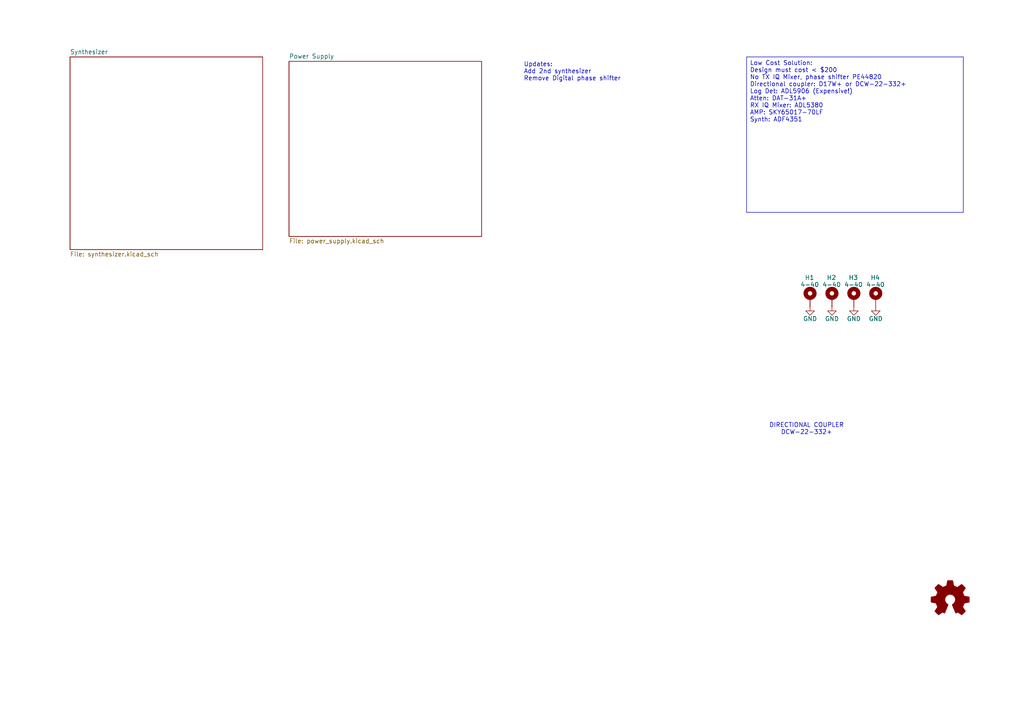
<source format=kicad_sch>
(kicad_sch (version 20231120) (generator "eeschema") (generator_version "8.0")
  (paper "A4")
  (title_block (title "openEPR S-Band Transceiver") (date "2024-03-16") (rev "v1.0") (company "openEPR") (comment 1 "Timothy Keller"))
  (lib_symbols
    (symbol "Graphic:Logo_Open_Hardware_Small" (in_bom no) (on_board no)
      (symbol "Logo_Open_Hardware_Small_0_1"
        (polyline (pts (xy 3.3528 -4.3434) (xy 3.302 -4.318) (xy 3.175 -4.2418) (xy 2.9972 -4.1148) (xy 2.7686 -3.9624) (xy 2.54 -3.81) (xy 2.3622 -3.7084) (xy 2.2352 -3.6068) (xy 2.1844 -3.5814) (xy 2.159 -3.6068) (xy 2.0574 -3.6576) (xy 1.905 -3.7338) (xy 1.8034 -3.7846) (xy 1.6764 -3.8354) (xy 1.6002 -3.8354) (xy 1.6002 -3.8354) (xy 1.5494 -3.7338) (xy 1.4732 -3.5306) (xy 1.3462 -3.302) (xy 1.2446 -3.0226) (xy 1.1176 -2.7178) (xy 0.9652 -2.413) (xy 0.8636 -2.1082) (xy 0.7366 -1.8288) (xy 0.6604 -1.6256) (xy 0.6096 -1.4732) (xy 0.5842 -1.397) (xy 0.5842 -1.397) (xy 0.6604 -1.3208) (xy 0.7874 -1.2446) (xy 1.0414 -1.016) (xy 1.2954 -0.6858) (xy 1.4478 -0.3302) (xy 1.524 0.0762) (xy 1.4732 0.4572) (xy 1.3208 0.8128) (xy 1.0668 1.143) (xy 0.762 1.3716) (xy 0.4064 1.524) (xy 0 1.5748) (xy -0.381 1.5494) (xy -0.7366 1.397) (xy -1.0668 1.143) (xy -1.2192 0.9906) (xy -1.397 0.6604) (xy -1.524 0.3048) (xy -1.524 0.2286) (xy -1.4986 -0.1778) (xy -1.397 -0.5334) (xy -1.1938 -0.8636) (xy -0.9144 -1.143) (xy -0.8636 -1.1684) (xy -0.7366 -1.27) (xy -0.635 -1.3462) (xy -0.5842 -1.397) (xy -1.0668 -2.5908) (xy -1.143 -2.794) (xy -1.2954 -3.1242) (xy -1.397 -3.4036) (xy -1.4986 -3.6322) (xy -1.5748 -3.7846) (xy -1.6002 -3.8354) (xy -1.6002 -3.8354) (xy -1.651 -3.8354) (xy -1.7272 -3.81) (xy -1.905 -3.7338) (xy -2.0066 -3.683) (xy -2.1336 -3.6068) (xy -2.2098 -3.5814) (xy -2.2606 -3.6068) (xy -2.3622 -3.683) (xy -2.54 -3.81) (xy -2.7686 -3.9624) (xy -2.9718 -4.0894) (xy -3.1496 -4.2164) (xy -3.302 -4.318) (xy -3.3528 -4.3434) (xy -3.3782 -4.3434) (xy -3.429 -4.318) (xy -3.5306 -4.2164) (xy -3.7084 -4.064) (xy -3.937 -3.8354) (xy -3.9624 -3.81) (xy -4.1656 -3.6068) (xy -4.318 -3.4544) (xy -4.4196 -3.3274) (xy -4.445 -3.2766) (xy -4.445 -3.2766) (xy -4.4196 -3.2258) (xy -4.318 -3.0734) (xy -4.2164 -2.8956) (xy -4.064 -2.667) (xy -3.6576 -2.0828) (xy -3.8862 -1.5494) (xy -3.937 -1.3716) (xy -4.0386 -1.1684) (xy -4.0894 -1.0414) (xy -4.1148 -0.9652) (xy -4.191 -0.9398) (xy -4.318 -0.9144) (xy -4.5466 -0.8636) (xy -4.8006 -0.8128) (xy -5.0546 -0.7874) (xy -5.2578 -0.7366) (xy -5.4356 -0.7112) (xy -5.5118 -0.6858) (xy -5.5118 -0.6858) (xy -5.5372 -0.635) (xy -5.5372 -0.5588) (xy -5.5372 -0.4318) (xy -5.5626 -0.2286) (xy -5.5626 0.0762) (xy -5.5626 0.127) (xy -5.5372 0.4064) (xy -5.5372 0.635) (xy -5.5372 0.762) (xy -5.5372 0.8382) (xy -5.5372 0.8382) (xy -5.461 0.8382) (xy -5.3086 0.889) (xy -5.08 0.9144) (xy -4.826 0.9652) (xy -4.8006 0.9906) (xy -4.5466 1.0414) (xy -4.318 1.0668) (xy -4.1656 1.1176) (xy -4.0894 1.143) (xy -4.0894 1.143) (xy -4.0386 1.2446) (xy -3.9624 1.4224) (xy -3.8608 1.6256) (xy -3.7846 1.8288) (xy -3.7084 2.0066) (xy -3.6576 2.159) (xy -3.6322 2.2098) (xy -3.6322 2.2098) (xy -3.683 2.286) (xy -3.7592 2.413) (xy -3.8862 2.5908) (xy -4.064 2.8194) (xy -4.064 2.8448) (xy -4.2164 3.0734) (xy -4.3434 3.2512) (xy -4.4196 3.3782) (xy -4.445 3.4544) (xy -4.445 3.4544) (xy -4.3942 3.5052) (xy -4.2926 3.6322) (xy -4.1148 3.81) (xy -3.937 4.0132) (xy -3.8608 4.064) (xy -3.6576 4.2926) (xy -3.5052 4.4196) (xy -3.4036 4.4958) (xy -3.3528 4.5212) (xy -3.3528 4.5212) (xy -3.302 4.4704) (xy -3.1496 4.3688) (xy -2.9718 4.2418) (xy -2.7432 4.0894) (xy -2.7178 4.0894) (xy -2.4892 3.937) (xy -2.3114 3.81) (xy -2.1844 3.7084) (xy -2.1336 3.683) (xy -2.1082 3.683) (xy -2.032 3.7084) (xy -1.8542 3.7592) (xy -1.6764 3.8354) (xy -1.4732 3.937) (xy -1.27 4.0132) (xy -1.143 4.064) (xy -1.0668 4.1148) (xy -1.0668 4.1148) (xy -1.0414 4.191) (xy -1.016 4.3434) (xy -0.9652 4.572) (xy -0.9144 4.8514) (xy -0.889 4.9022) (xy -0.8382 5.1562) (xy -0.8128 5.3848) (xy -0.7874 5.5372) (xy -0.762 5.588) (xy -0.7112 5.6134) (xy -0.5842 5.6134) (xy -0.4064 5.6134) (xy -0.1524 5.6134) (xy 0.0762 5.6134) (xy 0.3302 5.6134) (xy 0.5334 5.6134) (xy 0.6858 5.588) (xy 0.7366 5.588) (xy 0.7366 5.588) (xy 0.762 5.5118) (xy 0.8128 5.334) (xy 0.8382 5.1054) (xy 0.9144 4.826) (xy 0.9144 4.7752) (xy 0.9652 4.5212) (xy 1.016 4.2926) (xy 1.0414 4.1402) (xy 1.0668 4.0894) (xy 1.0668 4.0894) (xy 1.1938 4.0386) (xy 1.3716 3.9624) (xy 1.5748 3.8608) (xy 2.0828 3.6576) (xy 2.7178 4.0894) (xy 2.7686 4.1402) (xy 2.9972 4.2926) (xy 3.175 4.4196) (xy 3.302 4.4958) (xy 3.3782 4.5212) (xy 3.3782 4.5212) (xy 3.429 4.4704) (xy 3.556 4.3434) (xy 3.7338 4.191) (xy 3.9116 3.9878) (xy 4.064 3.8354) (xy 4.2418 3.6576) (xy 4.3434 3.556) (xy 4.4196 3.4798) (xy 4.4196 3.429) (xy 4.4196 3.4036) (xy 4.3942 3.3274) (xy 4.2926 3.2004) (xy 4.1656 2.9972) (xy 4.0132 2.794) (xy 3.8862 2.5908) (xy 3.7592 2.3876) (xy 3.6576 2.2352) (xy 3.6322 2.159) (xy 3.6322 2.1336) (xy 3.683 2.0066) (xy 3.7592 1.8288) (xy 3.8608 1.6002) (xy 4.064 1.1176) (xy 4.3942 1.0414) (xy 4.5974 1.016) (xy 4.8768 0.9652) (xy 5.1308 0.9144) (xy 5.5372 0.8382) (xy 5.5626 -0.6604) (xy 5.4864 -0.6858) (xy 5.4356 -0.6858) (xy 5.2832 -0.7366) (xy 5.0546 -0.762) (xy 4.8006 -0.8128) (xy 4.5974 -0.8636) (xy 4.3688 -0.9144) (xy 4.2164 -0.9398) (xy 4.1402 -0.9398) (xy 4.1148 -0.9652) (xy 4.064 -1.0668) (xy 3.9878 -1.2446) (xy 3.9116 -1.4478) (xy 3.81 -1.651) (xy 3.7338 -1.8542) (xy 3.683 -2.0066) (xy 3.6576 -2.0828) (xy 3.683 -2.1336) (xy 3.7846 -2.2606) (xy 3.8862 -2.4638) (xy 4.0386 -2.667) (xy 4.191 -2.8956) (xy 4.318 -3.0734) (xy 4.3942 -3.2004) (xy 4.445 -3.2766) (xy 4.4196 -3.3274) (xy 4.3434 -3.429) (xy 4.1656 -3.5814) (xy 3.937 -3.8354) (xy 3.8862 -3.8608) (xy 3.683 -4.064) (xy 3.5306 -4.2164) (xy 3.4036 -4.318) (xy 3.3528 -4.3434)) (fill (type outline)))
      )
    )
    (symbol "Mechanical:MountingHole_Pad" (pin_numbers hide) (pin_names (offset 1.016) hide)
      (property "Reference" "H" (at 0 6.35 0))
      (property "Value" "MountingHole_Pad" (at 0 4.445 0))
      (symbol "MountingHole_Pad_0_1"
        (circle (center 0 1.27) (radius 1.27) (stroke (width 1.27)))
      )
      (symbol "MountingHole_Pad_1_1"
        (pin input line (at 0 -2.54 90) (length 2.54) (name "1") (number "1"))
      )
    )
    (symbol "power:GND" (power) (pin_numbers hide) (pin_names (offset 0) hide)
      (property "Value" "GND" (at 0 -3.81 0))
      (symbol "GND_0_1"
        (polyline (pts (xy 0 0) (xy 0 -1.27) (xy 1.27 -1.27) (xy 0 -2.54) (xy -1.27 -1.27) (xy 0 -1.27)))
      )
      (symbol "GND_1_1"
        (pin power_in line (at 0 0 270) (length 0) (name "~") (number "1"))
      )
    )
  )
  (text_box "Low Cost Solution:\nDesign must cost < $200\nNo TX IQ Mixer, phase shifter PE44820\nDirectional coupler: D17W+ or DCW-22-332+\nLog Det: ADL5906 (Expensive!)\nAtten: DAT-31A+\nRX IQ Mixer: ADL5380\nAMP: SKY65017-70LF\nSynth: ADF4351\n\n\n\n\n\n" (at 216.535 16.51 0) (size 62.865 45.085) (effects (font (size 1.27 1.27)) (justify left top)))
  (text "Updates:\nAdd 2nd synthesizer\nRemove Digital phase shifter\n" (at 151.892 20.828 0) (effects (font (size 1.27 1.27)) (justify left)))
  (text "DIRECTIONAL COUPLER\nDCW-22-332+\n" (at 233.934 124.46 0) (effects (font (size 1.27 1.27))))
  (symbol (lib_id "Mechanical:MountingHole_Pad") (at 254 86.36 0) (unit 1)
    (property "Reference" "H4" (at 252.476 80.518 0) (effects (justify left)))
    (property "Value" "4-40" (at 251.206 82.55 0) (effects (justify left)))
    (property "Footprint" "B12T_MountingHole:4-40_Hole_Pad" (effects (hide yes)))
    (property "Description" "Mounting Hole with connection" (effects (hide yes)))
  )
  (symbol (lib_id "Graphic:Logo_Open_Hardware_Small") (at 275.59 173.99 0) (unit 1) (exclude_from_sim yes) (in_bom no)
    (property "Reference" "#SYM1" (effects (hide yes)))
    (property "Value" "Logo_Open_Hardware_Small" (effects (hide yes)))
    (property "Footprint" "Symbol:OSHW-Symbol_6.7x6mm_SilkScreen" (effects (hide yes)))
    (property "Description" "Open Hardware logo, small" (effects (hide yes)))
  )
  (symbol (lib_id "power:GND") (at 254 88.9 0) (unit 1)
    (property "Reference" "#PWR0142" (effects (hide yes)))
    (property "Value" "GND" (at 254 92.456 0))
    (property "Description" "Power symbol creates a global label with name \"GND\" , ground" (effects (hide yes)))
  )
  (symbol (lib_id "power:GND") (at 234.95 88.9 0) (unit 1)
    (property "Reference" "#PWR0139" (effects (hide yes)))
    (property "Value" "GND" (at 234.95 92.456 0))
    (property "Description" "Power symbol creates a global label with name \"GND\" , ground" (effects (hide yes)))
  )
  (symbol (lib_id "Mechanical:MountingHole_Pad") (at 234.95 86.36 0) (unit 1)
    (property "Reference" "H1" (at 233.426 80.518 0) (effects (justify left)))
    (property "Value" "4-40" (at 232.156 82.55 0) (effects (justify left)))
    (property "Footprint" "B12T_MountingHole:4-40_Hole_Pad" (effects (hide yes)))
    (property "Description" "Mounting Hole with connection" (effects (hide yes)))
  )
  (symbol (lib_id "Mechanical:MountingHole_Pad") (at 241.3 86.36 0) (unit 1)
    (property "Reference" "H2" (at 239.776 80.518 0) (effects (justify left)))
    (property "Value" "4-40" (at 238.506 82.55 0) (effects (justify left)))
    (property "Footprint" "B12T_MountingHole:4-40_Hole_Pad" (effects (hide yes)))
    (property "Description" "Mounting Hole with connection" (effects (hide yes)))
  )
  (symbol (lib_id "power:GND") (at 247.65 88.9 0) (unit 1)
    (property "Reference" "#PWR0141" (effects (hide yes)))
    (property "Value" "GND" (at 247.65 92.456 0))
    (property "Description" "Power symbol creates a global label with name \"GND\" , ground" (effects (hide yes)))
  )
  (symbol (lib_id "Mechanical:MountingHole_Pad") (at 247.65 86.36 0) (unit 1)
    (property "Reference" "H3" (at 246.126 80.518 0) (effects (justify left)))
    (property "Value" "4-40" (at 244.856 82.55 0) (effects (justify left)))
    (property "Footprint" "B12T_MountingHole:4-40_Hole_Pad" (effects (hide yes)))
    (property "Description" "Mounting Hole with connection" (effects (hide yes)))
  )
  (symbol (lib_id "power:GND") (at 241.3 88.9 0) (unit 1)
    (property "Reference" "#PWR0140" (effects (hide yes)))
    (property "Value" "GND" (at 241.3 92.456 0))
    (property "Description" "Power symbol creates a global label with name \"GND\" , ground" (effects (hide yes)))
  )
  (sheet (at 20.32 16.51) (size 55.88 55.88) (stroke (width 0.1524))
    (property "Sheetname" "Synthesizer" (at 20.32 15.7984 0) (effects (justify left bottom)))
    (property "Sheetfile" "synthesizer.kicad_sch" (at 20.32 72.9746 0) (effects (justify left top)))
  )
  (sheet (at 83.82 17.78) (size 55.88 50.8) (stroke (width 0.1524))
    (property "Sheetname" "Power Supply" (at 83.82 17.0684 0) (effects (justify left bottom)))
    (property "Sheetfile" "power_supply.kicad_sch" (at 83.82 69.1646 0) (effects (justify left top)))
  )
)
</source>
